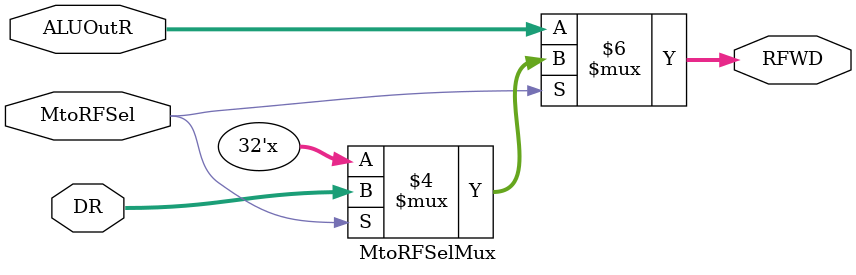
<source format=v>
`timescale 1ns / 1ps


module MtoRFSelMux(input MtoRFSel, input [31:0] DR, ALUOutR, output reg [31:0] RFWD);
always@(*)begin
if(MtoRFSel == 1)
RFWD <= DR;
if(MtoRFSel == 0)
RFWD <= ALUOutR;
end
endmodule

</source>
